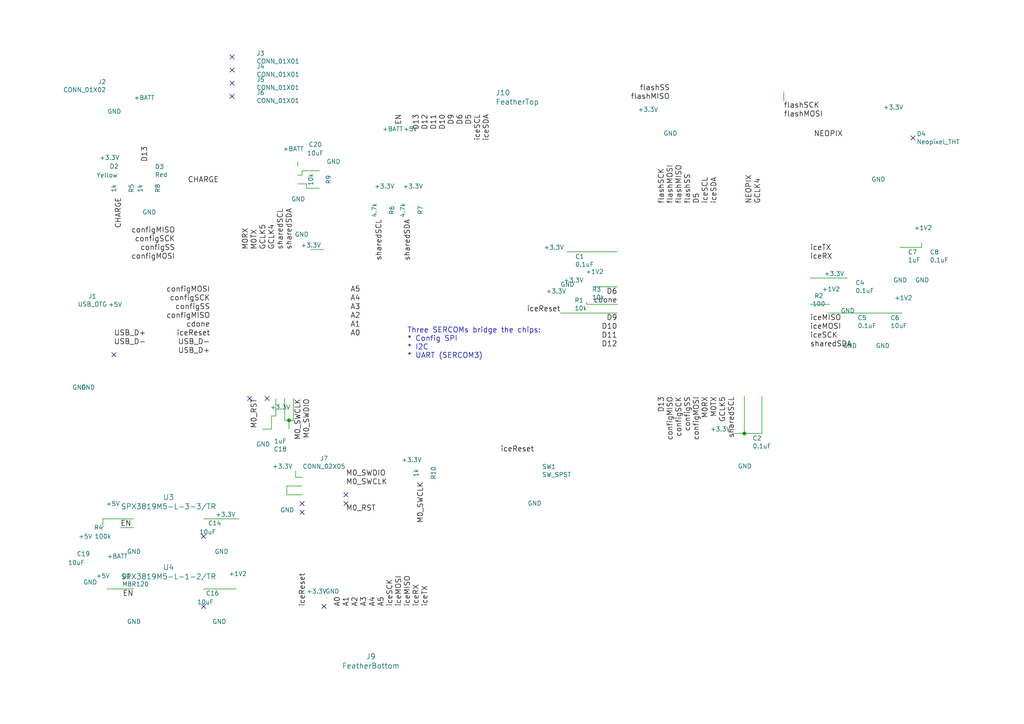
<source format=kicad_sch>
(kicad_sch (version 20230121) (generator eeschema)
  (paper "A4")
  (lib_symbols)
  (junction (at 83.82 121.92))
  (junction (at 215.9 125.73))
  (no_connect (at 67.31 24.13))
  (no_connect (at 67.31 27.94))
  (no_connect (at 59.055 155.575))
  (no_connect (at 93.98 175.895))
  (no_connect (at 72.39 115.57))
  (no_connect (at 67.31 16.51))
  (no_connect (at 87.63 148.59))
  (no_connect (at 264.795 40.005))
  (no_connect (at 67.31 20.32))
  (no_connect (at 33.02 102.87))
  (no_connect (at 87.63 146.05))
  (no_connect (at 59.055 175.895))
  (no_connect (at 100.33 143.51))
  (no_connect (at 77.47 115.57))
  (no_connect (at 100.33 146.05))
  (wire (pts (xy 83.185 143.51) (xy 87.63 143.51)))
  (wire (pts (xy 31.115 170.815) (xy 38.735 170.815)))
  (wire (pts (xy 86.36 50.8) (xy 87.63 50.8)))
  (wire (pts (xy 220.98 125.73) (xy 220.98 114.935)))
  (wire (pts (xy 80.01 120.65) (xy 80.01 115.57)))
  (wire (pts (xy 83.185 140.97) (xy 83.185 143.51)))
  (wire (pts (xy 85.09 115.57) (xy 85.09 121.92)))
  (wire (pts (xy 212.725 125.73) (xy 215.9 125.73)))
  (wire (pts (xy 86.36 53.34) (xy 88.9 53.34)))
  (wire (pts (xy 82.55 121.92) (xy 82.55 115.57)))
  (wire (pts (xy 215.9 125.73) (xy 220.98 125.73)))
  (wire (pts (xy 76.2 124.46) (xy 78.74 124.46)))
  (wire (pts (xy 87.63 140.97) (xy 83.185 140.97)))
  (wire (pts (xy 179.07 73.025) (xy 164.465 73.025)))
  (wire (pts (xy 234.95 88.265) (xy 240.665 88.265)))
  (wire (pts (xy 29.845 153.035) (xy 29.845 150.495)))
  (wire (pts (xy 85.725 138.43) (xy 85.725 136.525)))
  (wire (pts (xy 93.98 72.39) (xy 90.17 72.39)))
  (wire (pts (xy 78.74 124.46) (xy 78.74 120.65)))
  (wire (pts (xy 234.95 80.645) (xy 245.745 80.645)))
  (wire (pts (xy 83.82 121.92) (xy 82.55 121.92)))
  (wire (pts (xy 267.335 70.485) (xy 267.335 71.755)))
  (wire (pts (xy 83.82 121.92) (xy 83.82 124.46)))
  (wire (pts (xy 87.63 138.43) (xy 85.725 138.43)))
  (wire (pts (xy 86.36 46.99) (xy 86.36 48.26)))
  (wire (pts (xy 29.845 150.495) (xy 38.735 150.495)))
  (wire (pts (xy 162.56 90.805) (xy 179.07 90.805)))
  (wire (pts (xy 240.03 90.805) (xy 261.62 90.805)))
  (wire (pts (xy 87.63 49.53) (xy 92.71 49.53)))
  (wire (pts (xy 38.735 153.035) (xy 34.925 153.035)))
  (wire (pts (xy 227.33 29.21) (xy 227.33 26.67)))
  (wire (pts (xy 267.335 71.755) (xy 260.985 71.755)))
  (wire (pts (xy 85.09 121.92) (xy 83.82 121.92)))
  (wire (pts (xy 87.63 50.8) (xy 87.63 49.53)))
  (wire (pts (xy 179.07 88.265) (xy 170.18 88.265)))
  (wire (pts (xy 215.9 114.935) (xy 215.9 125.73)))
  (wire (pts (xy 170.18 88.265) (xy 170.18 87.63)))
  (wire (pts (xy 172.085 83.185) (xy 179.07 83.185)))
  (wire (pts (xy 88.9 53.34) (xy 88.9 54.61)))
  (wire (pts (xy 59.055 150.495) (xy 69.215 150.495)))
  (wire (pts (xy 78.74 120.65) (xy 80.01 120.65)))
  (wire (pts (xy 88.9 54.61) (xy 92.71 54.61)))
  (wire (pts (xy 59.055 170.815) (xy 68.58 170.815)))
  (text "Three SERCOMs bridge the chips:\n* Config SPI\n* I2C\n* UART (SERCOM3)" (at 118.11 104.14 0) (effects (font (size 1.524 1.524)) (justify left bottom)))
  (label "M0_SWDIO" (at 100.33 138.43 0) (effects (font (size 1.524 1.524))))
  (label "sharedSDA" (at 119.38 63.5 270) (effects (font (size 1.524 1.524))))
  (label "configSCK" (at 198.12 114.935 270) (effects (font (size 1.524 1.524))))
  (label "A4" (at 109.22 175.895 90) (effects (font (size 1.524 1.524))))
  (label "configMISO" (at 195.58 114.935 270) (effects (font (size 1.524 1.524))))
  (label "D6" (at 179.07 85.725 180) (effects (font (size 1.524 1.524))))
  (label "iceSCL" (at 139.7 33.02 270) (effects (font (size 1.524 1.524))))
  (label "sharedSCL" (at 82.55 72.39 90) (effects (font (size 1.524 1.524))))
  (label "D11" (at 179.07 98.425 180) (effects (font (size 1.524 1.524))))
  (label "A1" (at 101.6 95.25 0) (effects (font (size 1.524 1.524))))
  (label "EN" (at 38.735 173.355 180) (effects (font (size 1.524 1.524))))
  (label "sharedSDA" (at 234.95 100.965 0) (effects (font (size 1.524 1.524))))
  (label "flashSS" (at 194.31 26.67 180) (effects (font (size 1.524 1.524))))
  (label "iceRX" (at 121.92 175.895 90) (effects (font (size 1.524 1.524))))
  (label "D9" (at 179.07 93.345 180) (effects (font (size 1.524 1.524))))
  (label "iceReset" (at 154.94 131.445 180) (effects (font (size 1.524 1.524))))
  (label "D10" (at 129.54 33.02 270) (effects (font (size 1.524 1.524))))
  (label "configSS" (at 200.66 114.935 270) (effects (font (size 1.524 1.524))))
  (label "GCLK4" (at 220.98 59.055 90) (effects (font (size 1.524 1.524))))
  (label "D6" (at 134.62 33.02 270) (effects (font (size 1.524 1.524))))
  (label "configSCK" (at 50.8 70.485 180) (effects (font (size 1.524 1.524))))
  (label "iceMISO" (at 119.38 175.895 90) (effects (font (size 1.524 1.524))))
  (label "A3" (at 106.68 175.895 90) (effects (font (size 1.524 1.524))))
  (label "A2" (at 101.6 92.71 0) (effects (font (size 1.524 1.524))))
  (label "sharedSDA" (at 85.09 72.39 90) (effects (font (size 1.524 1.524))))
  (label "flashSCK" (at 193.04 59.055 90) (effects (font (size 1.524 1.524))))
  (label "iceRX" (at 234.95 75.565 0) (effects (font (size 1.524 1.524))))
  (label "cdone" (at 60.96 95.25 180) (effects (font (size 1.524 1.524))))
  (label "iceReset" (at 60.96 97.79 180) (effects (font (size 1.524 1.524))))
  (label "iceTX" (at 234.95 73.025 0) (effects (font (size 1.524 1.524))))
  (label "configMOSI" (at 203.2 114.935 270) (effects (font (size 1.524 1.524))))
  (label "A5" (at 111.76 175.895 90) (effects (font (size 1.524 1.524))))
  (label "NEOPIX" (at 244.475 40.005 180) (effects (font (size 1.524 1.524))))
  (label "D13" (at 43.18 46.99 90) (effects (font (size 1.524 1.524))))
  (label "D10" (at 179.07 95.885 180) (effects (font (size 1.524 1.524))))
  (label "iceSCK" (at 234.95 98.425 0) (effects (font (size 1.524 1.524))))
  (label "M0RX" (at 72.39 72.39 90) (effects (font (size 1.524 1.524))))
  (label "iceReset" (at 162.56 90.805 180) (effects (font (size 1.524 1.524))))
  (label "sharedSCL" (at 111.125 63.5 270) (effects (font (size 1.524 1.524))))
  (label "configSS" (at 50.8 73.025 180) (effects (font (size 1.524 1.524))))
  (label "flashMISO" (at 198.12 59.055 90) (effects (font (size 1.524 1.524))))
  (label "M0RX" (at 205.74 114.935 270) (effects (font (size 1.524 1.524))))
  (label "A0" (at 101.6 97.79 0) (effects (font (size 1.524 1.524))))
  (label "M0_RST" (at 74.93 115.57 270) (effects (font (size 1.524 1.524))))
  (label "EN" (at 34.925 153.035 0) (effects (font (size 1.524 1.524))))
  (label "D11" (at 127 33.02 270) (effects (font (size 1.524 1.524))))
  (label "iceSCK" (at 114.3 175.895 90) (effects (font (size 1.524 1.524))))
  (label "A5" (at 101.6 85.09 0) (effects (font (size 1.524 1.524))))
  (label "M0_SWCLK" (at 100.33 140.97 0) (effects (font (size 1.524 1.524))))
  (label "GCLK4" (at 80.01 72.39 90) (effects (font (size 1.524 1.524))))
  (label "iceMISO" (at 234.95 93.345 0) (effects (font (size 1.524 1.524))))
  (label "D9" (at 132.08 33.02 270) (effects (font (size 1.524 1.524))))
  (label "USB_D+" (at 33.02 97.79 0) (effects (font (size 1.524 1.524))))
  (label "configMISO" (at 60.96 92.71 180) (effects (font (size 1.524 1.524))))
  (label "iceMOSI" (at 116.84 175.895 90) (effects (font (size 1.524 1.524))))
  (label "A1" (at 101.6 175.895 90) (effects (font (size 1.524 1.524))))
  (label "flashMISO" (at 194.31 29.21 180) (effects (font (size 1.524 1.524))))
  (label "A3" (at 101.6 90.17 0) (effects (font (size 1.524 1.524))))
  (label "configMOSI" (at 60.96 85.09 180) (effects (font (size 1.524 1.524))))
  (label "D12" (at 179.07 100.965 180) (effects (font (size 1.524 1.524))))
  (label "M0_SWDIO" (at 90.17 115.57 270) (effects (font (size 1.524 1.524))))
  (label "D13" (at 121.92 33.02 270) (effects (font (size 1.524 1.524))))
  (label "M0_SWCLK" (at 87.63 115.57 270) (effects (font (size 1.524 1.524))))
  (label "NEOPIX" (at 218.44 59.055 90) (effects (font (size 1.524 1.524))))
  (label "iceSDA" (at 208.28 59.055 90) (effects (font (size 1.524 1.524))))
  (label "M0TX" (at 74.93 72.39 90) (effects (font (size 1.524 1.524))))
  (label "flashMOSI" (at 195.58 59.055 90) (effects (font (size 1.524 1.524))))
  (label "configSCK" (at 60.96 87.63 180) (effects (font (size 1.524 1.524))))
  (label "GCLK5" (at 210.82 114.935 270) (effects (font (size 1.524 1.524))))
  (label "iceTX" (at 124.46 175.895 90) (effects (font (size 1.524 1.524))))
  (label "CHARGE" (at 63.5 53.34 180) (effects (font (size 1.524 1.524))))
  (label "M0TX" (at 208.28 114.935 270) (effects (font (size 1.524 1.524))))
  (label "USB_D-" (at 60.96 100.33 180) (effects (font (size 1.524 1.524))))
  (label "CHARGE" (at 35.56 57.15 270) (effects (font (size 1.524 1.524))))
  (label "D12" (at 124.46 33.02 270) (effects (font (size 1.524 1.524))))
  (label "cdone" (at 179.07 88.265 180) (effects (font (size 1.524 1.524))))
  (label "M0_SWCLK" (at 123.19 139.7 270) (effects (font (size 1.524 1.524))))
  (label "A0" (at 99.06 175.895 90) (effects (font (size 1.524 1.524))))
  (label "flashMOSI" (at 227.33 34.29 0) (effects (font (size 1.524 1.524))))
  (label "GCLK5" (at 77.47 72.39 90) (effects (font (size 1.524 1.524))))
  (label "USB_D-" (at 33.02 100.33 0) (effects (font (size 1.524 1.524))))
  (label "flashSS" (at 200.66 59.055 90) (effects (font (size 1.524 1.524))))
  (label "M0_RST" (at 100.33 148.59 0) (effects (font (size 1.524 1.524))))
  (label "iceReset" (at 88.9 175.895 90) (effects (font (size 1.524 1.524))))
  (label "D5" (at 203.2 59.055 90) (effects (font (size 1.524 1.524))))
  (label "A2" (at 104.14 175.895 90) (effects (font (size 1.524 1.524))))
  (label "iceSCL" (at 205.74 59.055 90) (effects (font (size 1.524 1.524))))
  (label "iceSDA" (at 142.24 33.02 270) (effects (font (size 1.524 1.524))))
  (label "USB_D+" (at 60.96 102.87 180) (effects (font (size 1.524 1.524))))
  (label "flashSCK" (at 227.33 31.75 0) (effects (font (size 1.524 1.524))))
  (label "EN" (at 116.84 33.02 270) (effects (font (size 1.524 1.524))))
  (label "A4" (at 101.6 87.63 0) (effects (font (size 1.524 1.524))))
  (label "sharedSCL" (at 213.36 114.935 270) (effects (font (size 1.524 1.524))))
  (label "iceMOSI" (at 234.95 95.885 0) (effects (font (size 1.524 1.524))))
  (label "configMISO" (at 50.8 67.945 180) (effects (font (size 1.524 1.524))))
  (label "D5" (at 137.16 33.02 270) (effects (font (size 1.524 1.524))))
  (label "D13" (at 193.04 114.935 270) (effects (font (size 1.524 1.524))))
  (label "configSS" (at 60.96 90.17 180) (effects (font (size 1.524 1.524))))
  (label "configMOSI" (at 50.8 75.565 180) (effects (font (size 1.524 1.524))))
  (symbol (lib_id "GND") (at 96.52 175.895 180) (unit 1)
    (property "Reference" "#PWR01" (effects hide))
    (property "Value" "GND" (at 96.393 171.5008 0))
  )
  (symbol (lib_id "+3.3V") (at 91.44 175.895 0) (unit 1)
    (property "Reference" "#PWR02" (effects hide))
    (property "Value" "+3.3V" (at 91.821 171.5008 0))
  )
  (symbol (lib_id "SAMD21E") (at 81.28 93.98 180) (unit 1)
    (property "Reference" "U5" (at 82.55 95.25 0) (effects (font (size 1.524 1.524)) (justify left)))
    (property "Value" "SAMD21E" (at 86.36 91.44 0) (effects (font (size 1.524 1.524)) (justify left)))
    (property "Footprint" "Housings_DFN_QFN:QFN-32-1EP_5x5mm_Pitch0.5mm" (effects hide))
  )
  (symbol (lib_id "USB_OTG") (at 25.4 97.79 0) (unit 1)
    (property "Reference" "J1" (at 26.797 85.9282 0))
    (property "Value" "USB_OTG" (at 26.797 88.2396 0))
    (property "Footprint" "fci:Mini-USB-B-OshPark" (effects hide))
  )
  (symbol (lib_id "C_Small") (at 81.28 124.46 90) (unit 1)
    (property "Reference" "C18" (at 81.28 130.2766 90))
    (property "Value" "1uF" (at 81.28 127.9652 90))
    (property "Footprint" "Capacitors_SMD:C_0603" (effects hide))
  )
  (symbol (lib_id "+3.3V") (at 83.82 121.92 0) (unit 1)
    (property "Reference" "#PWR06" (effects hide))
    (property "Value" "+3.3V" (at 81.28 118.11 0))
  )
  (symbol (lib_id "GND") (at 76.2 124.46 0) (unit 1)
    (property "Reference" "#PWR07" (effects hide))
    (property "Value" "GND" (at 76.327 128.8542 0))
  )
  (symbol (lib_id "GND") (at 87.63 72.39 180) (unit 1)
    (property "Reference" "#PWR08" (effects hide))
    (property "Value" "GND" (at 87.503 67.9958 0))
  )
  (symbol (lib_id "+3.3V") (at 93.98 72.39 0) (unit 1)
    (property "Reference" "#PWR09" (effects hide))
    (property "Value" "+3.3V" (at 90.17 71.12 0))
  )
  (symbol (lib_id "GND") (at 25.4 107.95 0) (unit 1)
    (property "Reference" "#PWR010" (effects hide))
    (property "Value" "GND" (at 25.527 112.3442 0))
  )
  (symbol (lib_id "GND") (at 22.86 107.95 0) (unit 1)
    (property "Reference" "#PWR011" (effects hide))
    (property "Value" "GND" (at 22.987 112.3442 0))
  )
  (symbol (lib_id "+5V") (at 33.02 92.71 0) (unit 1)
    (property "Reference" "#PWR012" (effects hide))
    (property "Value" "+5V" (at 33.401 88.3158 0))
  )
  (symbol (lib_id "SPX3819") (at 48.895 153.035 0) (unit 1)
    (property "Reference" "U3" (at 48.895 144.2212 0) (effects (font (size 1.524 1.524))))
    (property "Value" "SPX3819M5-L-3-3/TR" (at 48.895 146.9136 0) (effects (font (size 1.524 1.524))))
    (property "Footprint" "TO_SOT_Packages_SMD:SOT-23-5" (effects hide))
  )
  (symbol (lib_id "SPX3819") (at 48.895 173.355 0) (unit 1)
    (property "Reference" "U4" (at 48.895 164.5412 0) (effects (font (size 1.524 1.524))))
    (property "Value" "SPX3819M5-L-1-2/TR" (at 48.895 167.2336 0) (effects (font (size 1.524 1.524))))
    (property "Footprint" "TO_SOT_Packages_SMD:SOT-23-5" (effects hide))
  )
  (symbol (lib_id "+5V") (at 32.385 150.495 0) (unit 1)
    (property "Reference" "#PWR013" (effects hide))
    (property "Value" "+5V" (at 32.766 146.1008 0))
  )
  (symbol (lib_id "+5V") (at 31.115 170.815 0) (unit 1)
    (property "Reference" "#PWR014" (effects hide))
    (property "Value" "+5V" (at 29.845 167.005 0))
  )
  (symbol (lib_id "R_Small") (at 32.385 153.035 90) (unit 1)
    (property "Reference" "R4" (at 28.575 153.035 90))
    (property "Value" "100k" (at 29.845 155.575 90))
    (property "Footprint" "Resistors_SMD:R_0603" (effects hide))
  )
  (symbol (lib_id "GND") (at 38.735 155.575 0) (unit 1)
    (property "Reference" "#PWR015" (effects hide))
    (property "Value" "GND" (at 38.862 159.9692 0))
  )
  (symbol (lib_id "GND") (at 38.735 175.895 0) (unit 1)
    (property "Reference" "#PWR016" (effects hide))
    (property "Value" "GND" (at 38.862 180.2892 0))
  )
  (symbol (lib_id "+3.3V") (at 69.215 150.495 0) (unit 1)
    (property "Reference" "#PWR017" (effects hide))
    (property "Value" "+3.3V" (at 65.405 149.225 0))
  )
  (symbol (lib_id "C_Small") (at 64.135 153.035 0) (unit 1)
    (property "Reference" "C14" (at 60.325 151.765 0) (effects (justify left)))
    (property "Value" "10uF" (at 57.785 154.305 0) (effects (justify left)))
    (property "Footprint" "Capacitors_SMD:C_0603" (effects hide))
  )
  (symbol (lib_id "GND") (at 64.135 155.575 0) (unit 1)
    (property "Reference" "#PWR018" (effects hide))
    (property "Value" "GND" (at 64.262 159.9692 0))
  )
  (symbol (lib_id "C_Small") (at 63.5 173.355 0) (unit 1)
    (property "Reference" "C16" (at 59.69 172.085 0) (effects (justify left)))
    (property "Value" "10uF" (at 57.15 174.625 0) (effects (justify left)))
    (property "Footprint" "Capacitors_SMD:C_0603" (effects hide))
  )
  (symbol (lib_id "GND") (at 63.5 175.895 0) (unit 1)
    (property "Reference" "#PWR020" (effects hide))
    (property "Value" "GND" (at 63.627 180.2892 0))
  )
  (symbol (lib_id "CONN_01X02") (at 34.29 22.86 270) (mirror x) (unit 1)
    (property "Reference" "J2" (at 30.7848 23.749 90) (effects (justify right)))
    (property "Value" "CONN_01X02" (at 30.7848 26.0604 90) (effects (justify right)))
    (property "Footprint" "Connectors_JST:JST_PH_S2B-PH-SM4-TB_02x2.00mm_Angled" (effects hide))
  )
  (symbol (lib_id "GND") (at 33.02 27.94 0) (unit 1)
    (property "Reference" "#PWR021" (effects hide))
    (property "Value" "GND" (at 33.147 32.3342 0))
  )
  (symbol (lib_id "+BATT") (at 35.56 27.94 270) (unit 1)
    (property "Reference" "#PWR022" (effects hide))
    (property "Value" "+BATT" (at 38.8112 28.321 90) (effects (justify left)))
  )
  (symbol (lib_id "+BATT") (at 33.655 165.735 0) (unit 1)
    (property "Reference" "#PWR023" (effects hide))
    (property "Value" "+BATT" (at 34.036 161.3408 0))
  )
  (symbol (lib_id "D_Schottky_Small") (at 33.655 168.275 90) (unit 1)
    (property "Reference" "D1" (at 35.3822 167.1066 90) (effects (justify right)))
    (property "Value" "MBR120" (at 35.3822 169.418 90) (effects (justify right)))
    (property "Footprint" "Diodes_SMD:D_SOD-123" (effects hide))
  )
  (symbol (lib_id "C_Small") (at 26.035 161.925 0) (unit 1)
    (property "Reference" "C19" (at 22.225 160.655 0) (effects (justify left)))
    (property "Value" "10uF" (at 19.685 163.195 0) (effects (justify left)))
    (property "Footprint" "Capacitors_SMD:C_0603" (effects hide))
  )
  (symbol (lib_id "+5V") (at 26.035 159.385 0) (unit 1)
    (property "Reference" "#PWR024" (effects hide))
    (property "Value" "+5V" (at 24.765 155.575 0))
  )
  (symbol (lib_id "GND") (at 26.035 164.465 0) (unit 1)
    (property "Reference" "#PWR025" (effects hide))
    (property "Value" "GND" (at 26.162 168.8592 0))
  )
  (symbol (lib_id "+5V") (at 119.38 33.02 180) (unit 1)
    (property "Reference" "#PWR026" (effects hide))
    (property "Value" "+5V" (at 118.999 37.4142 0))
  )
  (symbol (lib_id "+BATT") (at 114.3 33.02 180) (unit 1)
    (property "Reference" "#PWR027" (effects hide))
    (property "Value" "+BATT" (at 113.919 37.4142 0))
  )
  (symbol (lib_id "CONN_01X01") (at 72.39 16.51 0) (unit 1)
    (property "Reference" "J3" (at 74.3712 15.4686 0) (effects (justify left)))
    (property "Value" "CONN_01X01" (at 74.3712 17.78 0) (effects (justify left)))
    (property "Footprint" "Mounting_Holes:MountingHole_2.7mm_M2.5" (effects hide))
  )
  (symbol (lib_id "CONN_01X01") (at 72.39 20.32 0) (unit 1)
    (property "Reference" "J4" (at 74.3712 19.2786 0) (effects (justify left)))
    (property "Value" "CONN_01X01" (at 74.3712 21.59 0) (effects (justify left)))
    (property "Footprint" "Mounting_Holes:MountingHole_2.7mm_M2.5" (effects hide))
  )
  (symbol (lib_id "CONN_01X01") (at 72.39 24.13 0) (unit 1)
    (property "Reference" "J5" (at 74.3712 23.0886 0) (effects (justify left)))
    (property "Value" "CONN_01X01" (at 74.3712 25.4 0) (effects (justify left)))
    (property "Footprint" "Mounting_Holes:MountingHole_2.7mm_M2.5" (effects hide))
  )
  (symbol (lib_id "CONN_01X01") (at 72.39 27.94 0) (unit 1)
    (property "Reference" "J6" (at 74.3712 26.8986 0) (effects (justify left)))
    (property "Value" "CONN_01X01" (at 74.3712 29.21 0) (effects (justify left)))
    (property "Footprint" "Mounting_Holes:MountingHole_2.7mm_M2.5" (effects hide))
  )
  (symbol (lib_id "LED_Small_ALT") (at 43.18 49.53 90) (unit 1)
    (property "Reference" "D3" (at 44.9072 48.3616 90) (effects (justify right)))
    (property "Value" "Red" (at 44.9072 50.673 90) (effects (justify right)))
    (property "Footprint" "Diodes_SMD:D_0603" (effects hide))
  )
  (symbol (lib_id "LED_Small_ALT") (at 35.56 49.53 90) (unit 1)
    (property "Reference" "D2" (at 31.75 48.26 90) (effects (justify right)))
    (property "Value" "Yellow" (at 27.94 50.8 90) (effects (justify right)))
    (property "Footprint" "Diodes_SMD:D_0603" (effects hide))
  )
  (symbol (lib_id "+3.3V") (at 35.56 46.99 0) (unit 1)
    (property "Reference" "#PWR028" (effects hide))
    (property "Value" "+3.3V" (at 31.75 45.72 0))
  )
  (symbol (lib_id "R_Small") (at 35.56 54.61 0) (unit 1)
    (property "Reference" "R5" (at 38.1 54.61 90))
    (property "Value" "1k" (at 33.02 54.61 90))
    (property "Footprint" "Resistors_SMD:R_0603" (effects hide))
  )
  (symbol (lib_id "R_Small") (at 43.18 54.61 0) (unit 1)
    (property "Reference" "R8" (at 45.72 54.61 90))
    (property "Value" "1k" (at 40.64 54.61 90))
    (property "Footprint" "Resistors_SMD:R_0603" (effects hide))
  )
  (symbol (lib_id "GND") (at 43.18 57.15 0) (unit 1)
    (property "Reference" "#PWR029" (effects hide))
    (property "Value" "GND" (at 43.307 61.5442 0))
  )
  (symbol (lib_id "MCP73831") (at 74.93 50.8 0) (unit 1)
    (property "Reference" "U6" (at 74.93 39.7002 0) (effects (font (size 1.524 1.524))))
    (property "Value" "MCP73831" (at 74.93 42.3926 0) (effects (font (size 1.524 1.524))))
    (property "Footprint" "TO_SOT_Packages_SMD:SOT-23-5" (effects hide))
  )
  (symbol (lib_id "GND") (at 86.36 53.34 0) (unit 1)
    (property "Reference" "#PWR030" (effects hide))
    (property "Value" "GND" (at 86.487 57.7342 0))
  )
  (symbol (lib_id "R_Small") (at 92.71 52.07 0) (unit 1)
    (property "Reference" "R9" (at 95.25 52.07 90))
    (property "Value" "10k" (at 90.17 52.07 90))
    (property "Footprint" "Resistors_SMD:R_0805" (effects hide))
  )
  (symbol (lib_id "+5V") (at 63.5 48.26 0) (unit 1)
    (property "Reference" "#PWR031" (effects hide))
    (property "Value" "+5V" (at 63.881 43.8658 0))
  )
  (symbol (lib_id "C_Small") (at 88.9 46.99 90) (unit 1)
    (property "Reference" "C20" (at 91.44 41.91 90))
    (property "Value" "10uF" (at 91.44 44.45 90))
    (property "Footprint" "Capacitors_SMD:C_0603" (effects hide))
  )
  (symbol (lib_id "+BATT") (at 86.36 46.99 0) (unit 1)
    (property "Reference" "#PWR032" (effects hide))
    (property "Value" "+BATT" (at 85.09 43.18 0))
  )
  (symbol (lib_id "GND") (at 91.44 46.99 90) (unit 1)
    (property "Reference" "#PWR033" (effects hide))
    (property "Value" "GND" (at 94.6912 46.863 90) (effects (justify right)))
  )
  (symbol (lib_id "GND") (at 127 175.895 180) (unit 1)
    (property "Reference" "#PWR034" (effects hide))
    (property "Value" "GND" (at 126.873 171.5008 0))
  )
  (symbol (lib_id "R_Small") (at 119.38 60.96 0) (unit 1)
    (property "Reference" "R7" (at 121.92 60.96 90))
    (property "Value" "4.7k" (at 116.84 60.96 90))
    (property "Footprint" "Resistors_SMD:R_0603" (effects hide))
  )
  (symbol (lib_id "R_Small") (at 111.125 60.96 0) (unit 1)
    (property "Reference" "R6" (at 113.665 60.96 90))
    (property "Value" "4.7k" (at 108.585 60.96 90))
    (property "Footprint" "Resistors_SMD:R_0603" (effects hide))
  )
  (symbol (lib_id "+3.3V") (at 111.125 58.42 0) (unit 1)
    (property "Reference" "#PWR035" (effects hide))
    (property "Value" "+3.3V" (at 111.506 54.0258 0))
  )
  (symbol (lib_id "+3.3V") (at 119.38 58.42 0) (unit 1)
    (property "Reference" "#PWR036" (effects hide))
    (property "Value" "+3.3V" (at 119.761 54.0258 0))
  )
  (symbol (lib_id "CONN_02X05") (at 93.98 143.51 0) (unit 1)
    (property "Reference" "J7" (at 93.98 132.969 0))
    (property "Value" "CONN_02X05" (at 93.98 135.2804 0))
    (property "Footprint" "Pin_Headers:Pin_Header_Straight_2x05_Pitch1.27mm_SMD" (effects hide))
  )
  (symbol (lib_id "+3.3V") (at 123.19 134.62 0) (unit 1)
    (property "Reference" "#PWR037" (effects hide))
    (property "Value" "+3.3V" (at 119.38 133.35 0))
  )
  (symbol (lib_id "R_Small") (at 123.19 137.16 0) (unit 1)
    (property "Reference" "R10" (at 125.73 137.16 90))
    (property "Value" "1k" (at 120.65 137.16 90))
    (property "Footprint" "Resistors_SMD:R_0603" (effects hide))
  )
  (symbol (lib_id "+3.3V") (at 85.725 136.525 0) (unit 1)
    (property "Reference" "#PWR038" (effects hide))
    (property "Value" "+3.3V" (at 81.915 135.255 0))
  )
  (symbol (lib_id "GND") (at 83.185 143.51 0) (unit 1)
    (property "Reference" "#PWR039" (effects hide))
    (property "Value" "GND" (at 83.312 147.9042 0))
  )
  (symbol (lib_id "FeatherBottom") (at 107.95 175.895 0) (unit 1)
    (property "Reference" "J9" (at 107.569 190.4238 0) (effects (font (size 1.524 1.524))))
    (property "Value" "FeatherBottom" (at 107.569 193.1162 0) (effects (font (size 1.524 1.524))))
    (property "Footprint" "Pin_Headers:Pin_Header_Straight_1x16_Pitch2.54mm" (effects hide))
  )
  (symbol (lib_id "FeatherTop") (at 123.19 33.02 0) (unit 1)
    (property "Reference" "J10" (at 143.7132 26.8732 0) (effects (font (size 1.524 1.524)) (justify left)))
    (property "Value" "FeatherTop" (at 143.7132 29.5656 0) (effects (font (size 1.524 1.524)) (justify left)))
    (property "Footprint" "Pin_Headers:Pin_Header_Straight_1x12_Pitch2.54mm" (effects hide))
  )
  (symbol (lib_id "ICE40UP5K-SG48") (at 207.01 86.995 0) (unit 1)
    (property "Reference" "U1" (at 205.74 85.725 0) (effects (font (size 1.524 1.524)) (justify left)))
    (property "Value" "ICE40UP5K-SG48" (at 196.85 88.9 0) (effects (font (size 1.524 1.524)) (justify left)))
    (property "Footprint" "Housings_DFN_QFN:QFN-48-1EP_7x7mm_Pitch0.5mm" (effects hide))
  )
  (symbol (lib_id "R_Small") (at 165.1 88.265 0) (unit 1)
    (property "Reference" "R1" (at 166.5986 87.0966 0) (effects (justify left)))
    (property "Value" "10k" (at 166.5986 89.408 0) (effects (justify left)))
    (property "Footprint" "Resistors_SMD:R_0603" (effects hide))
  )
  (symbol (lib_id "+1V2") (at 240.665 88.265 0) (unit 1)
    (property "Reference" "#PWR03" (effects hide))
    (property "Value" "+1V2" (at 241.046 83.8708 0))
  )
  (symbol (lib_id "GND") (at 185.42 114.935 0) (unit 1)
    (property "Reference" "#PWR04" (effects hide))
    (property "Value" "GND" (at 185.547 119.3292 0))
  )
  (symbol (lib_id "+1V2") (at 172.085 83.185 0) (unit 1)
    (property "Reference" "#PWR05" (effects hide))
    (property "Value" "+1V2" (at 172.466 78.7908 0))
  )
  (symbol (lib_id "+1V2") (at 261.62 90.805 0) (unit 1)
    (property "Reference" "#PWR019" (effects hide))
    (property "Value" "+1V2" (at 262.001 86.4108 0))
  )
  (symbol (lib_id "R_Small") (at 237.49 90.805 270) (unit 1)
    (property "Reference" "R2" (at 237.49 85.8266 90))
    (property "Value" "100" (at 237.49 88.138 90))
    (property "Footprint" "Resistors_SMD:R_0603" (effects hide))
  )
  (symbol (lib_id "C_Small") (at 246.38 93.345 0) (unit 1)
    (property "Reference" "C5" (at 248.7168 92.1766 0) (effects (justify left)))
    (property "Value" "0.1uF" (at 248.7168 94.488 0) (effects (justify left)))
    (property "Footprint" "Capacitors_SMD:C_0603" (effects hide))
  )
  (symbol (lib_id "C_Small") (at 255.905 93.345 0) (unit 1)
    (property "Reference" "C6" (at 258.2418 92.1766 0) (effects (justify left)))
    (property "Value" "10uF" (at 258.2418 94.488 0) (effects (justify left)))
    (property "Footprint" "Capacitors_SMD:C_0603" (effects hide))
  )
  (symbol (lib_id "GND") (at 246.38 95.885 0) (unit 1)
    (property "Reference" "#PWR040" (effects hide))
    (property "Value" "GND" (at 246.507 100.2792 0))
  )
  (symbol (lib_id "GND") (at 255.905 95.885 0) (unit 1)
    (property "Reference" "#PWR041" (effects hide))
    (property "Value" "GND" (at 256.032 100.2792 0))
  )
  (symbol (lib_id "C_Small") (at 245.745 83.185 0) (unit 1)
    (property "Reference" "C4" (at 248.0818 82.0166 0) (effects (justify left)))
    (property "Value" "0.1uF" (at 248.0818 84.328 0) (effects (justify left)))
    (property "Footprint" "Capacitors_SMD:C_0603" (effects hide))
  )
  (symbol (lib_id "+3.3V") (at 245.745 80.645 0) (unit 1)
    (property "Reference" "#PWR042" (effects hide))
    (property "Value" "+3.3V" (at 241.935 79.375 0))
  )
  (symbol (lib_id "+3.3V") (at 212.725 125.73 0) (unit 1)
    (property "Reference" "#PWR044" (effects hide))
    (property "Value" "+3.3V" (at 208.915 124.46 0))
  )
  (symbol (lib_id "+3.3V") (at 164.465 73.025 0) (unit 1)
    (property "Reference" "#PWR045" (effects hide))
    (property "Value" "+3.3V" (at 160.655 71.755 0))
  )
  (symbol (lib_id "C_Small") (at 215.9 128.27 0) (unit 1)
    (property "Reference" "C2" (at 218.2368 127.1016 0) (effects (justify left)))
    (property "Value" "0.1uF" (at 218.2368 129.413 0) (effects (justify left)))
    (property "Footprint" "Capacitors_SMD:C_0603" (effects hide))
  )
  (symbol (lib_id "+3.3V") (at 165.1 85.725 0) (unit 1)
    (property "Reference" "#PWR046" (effects hide))
    (property "Value" "+3.3V" (at 161.29 84.455 0))
  )
  (symbol (lib_id "C_Small") (at 164.465 75.565 0) (unit 1)
    (property "Reference" "C1" (at 166.8018 74.3966 0) (effects (justify left)))
    (property "Value" "0.1uF" (at 166.8018 76.708 0) (effects (justify left)))
    (property "Footprint" "Capacitors_SMD:C_0603" (effects hide))
  )
  (symbol (lib_id "GND") (at 215.9 130.81 0) (unit 1)
    (property "Reference" "#PWR048" (effects hide))
    (property "Value" "GND" (at 216.027 135.2042 0))
  )
  (symbol (lib_id "GND") (at 164.465 78.105 0) (unit 1)
    (property "Reference" "#PWR049" (effects hide))
    (property "Value" "GND" (at 164.592 82.4992 0))
  )
  (symbol (lib_id "GND") (at 245.745 85.725 0) (unit 1)
    (property "Reference" "#PWR050" (effects hide))
    (property "Value" "GND" (at 245.872 90.1192 0))
  )
  (symbol (lib_id "+1V2") (at 267.335 70.485 0) (unit 1)
    (property "Reference" "#PWR051" (effects hide))
    (property "Value" "+1V2" (at 267.716 66.0908 0))
  )
  (symbol (lib_id "C_Small") (at 267.335 74.295 0) (unit 1)
    (property "Reference" "C8" (at 269.6718 73.1266 0) (effects (justify left)))
    (property "Value" "0.1uF" (at 269.6718 75.438 0) (effects (justify left)))
    (property "Footprint" "Capacitors_SMD:C_0603" (effects hide))
  )
  (symbol (lib_id "C_Small") (at 260.985 74.295 0) (unit 1)
    (property "Reference" "C7" (at 263.3218 73.1266 0) (effects (justify left)))
    (property "Value" "1uF" (at 263.3218 75.438 0) (effects (justify left)))
    (property "Footprint" "Capacitors_SMD:C_0603" (effects hide))
  )
  (symbol (lib_id "GND") (at 260.985 76.835 0) (unit 1)
    (property "Reference" "#PWR052" (effects hide))
    (property "Value" "GND" (at 261.112 81.2292 0))
  )
  (symbol (lib_id "GND") (at 267.335 76.835 0) (unit 1)
    (property "Reference" "#PWR054" (effects hide))
    (property "Value" "GND" (at 267.462 81.2292 0))
  )
  (symbol (lib_id "+1V2") (at 68.58 170.815 0) (unit 1)
    (property "Reference" "#PWR055" (effects hide))
    (property "Value" "+1V2" (at 68.961 166.4208 0))
  )
  (symbol (lib_id "R_Small") (at 170.18 85.09 0) (unit 1)
    (property "Reference" "R3" (at 171.6786 83.9216 0) (effects (justify left)))
    (property "Value" "10k" (at 171.6786 86.233 0) (effects (justify left)))
    (property "Footprint" "Resistors_SMD:R_0603" (effects hide))
  )
  (symbol (lib_id "+3.3V") (at 170.18 82.55 0) (unit 1)
    (property "Reference" "#PWR056" (effects hide))
    (property "Value" "+3.3V" (at 166.37 81.28 0))
  )
  (symbol (lib_id "IS25LPXXX") (at 210.82 33.02 0) (unit 1)
    (property "Reference" "U2" (at 210.82 19.3802 0) (effects (font (size 1.524 1.524))))
    (property "Value" "IS25LPXXX" (at 210.82 22.0726 0) (effects (font (size 1.524 1.524))))
    (property "Footprint" "Housings_SOIC:SOIC-8_3.9x4.9mm_Pitch1.27mm" (effects hide))
  )
  (symbol (lib_id "+3.3V") (at 227.33 26.67 0) (unit 1)
    (property "Reference" "#PWR043" (effects hide))
    (property "Value" "+3.3V" (at 231.775 25.4 0))
  )
  (symbol (lib_id "+3.3V") (at 194.31 31.75 90) (unit 1)
    (property "Reference" "#PWR047" (effects hide))
    (property "Value" "+3.3V" (at 187.96 31.75 90))
  )
  (symbol (lib_id "GND") (at 194.31 34.29 0) (unit 1)
    (property "Reference" "#PWR057" (effects hide))
    (property "Value" "GND" (at 194.437 38.6842 0))
  )
  (symbol (lib_id "Conn_01x04") (at 55.88 70.485 0) (unit 1)
    (property "Reference" "J8" (at 57.912 70.6882 0) (effects (justify left)))
    (property "Value" "Conn_01x04" (at 57.912 72.9996 0) (effects (justify left)))
    (property "Footprint" "Pin_Headers:Pin_Header_Straight_1x04_Pitch2.54mm" (effects hide))
  )
  (symbol (lib_id "Neopixel_THT") (at 254.635 40.005 0) (unit 1)
    (property "Reference" "D4" (at 265.8364 38.8366 0) (effects (justify left)))
    (property "Value" "Neopixel_THT" (at 265.8364 41.148 0) (effects (justify left)))
    (property "Footprint" "LEDs:LED_WS2812B-PLCC4" (effects hide))
  )
  (symbol (lib_id "+3.3V") (at 254.635 32.385 0) (unit 1)
    (property "Reference" "#PWR058" (effects hide))
    (property "Value" "+3.3V" (at 259.08 31.115 0))
  )
  (symbol (lib_id "GND") (at 254.635 47.625 0) (unit 1)
    (property "Reference" "#PWR059" (effects hide))
    (property "Value" "GND" (at 254.762 52.0192 0))
  )
  (symbol (lib_id "SW_SPST") (at 154.94 136.525 90) (unit 1)
    (property "Reference" "SW1" (at 157.1752 135.3566 90) (effects (justify right)))
    (property "Value" "SW_SPST" (at 157.1752 137.668 90) (effects (justify right)))
    (property "Footprint" "Buttons_Switches_SMD:SW_SPST_KMR2" (effects hide))
  )
  (symbol (lib_id "GND") (at 154.94 141.605 0) (unit 1)
    (property "Reference" "#PWR060" (effects hide))
    (property "Value" "GND" (at 155.067 145.9992 0))
  )
)
</source>
